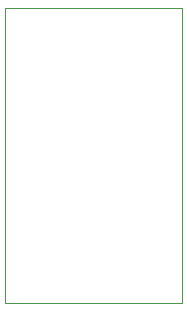
<source format=gbr>
%TF.GenerationSoftware,KiCad,Pcbnew,(5.99.0-10506-gb986797469)*%
%TF.CreationDate,2021-05-05T16:41:55+02:00*%
%TF.ProjectId,ESP31,45535033-312e-46b6-9963-61645f706362,rev?*%
%TF.SameCoordinates,Original*%
%TF.FileFunction,Profile,NP*%
%FSLAX46Y46*%
G04 Gerber Fmt 4.6, Leading zero omitted, Abs format (unit mm)*
G04 Created by KiCad (PCBNEW (5.99.0-10506-gb986797469)) date 2021-05-05 16:41:55*
%MOMM*%
%LPD*%
G01*
G04 APERTURE LIST*
%TA.AperFunction,Profile*%
%ADD10C,0.100000*%
%TD*%
G04 APERTURE END LIST*
D10*
X119000000Y-90000000D02*
X119000000Y-115000000D01*
X119000000Y-115000000D02*
X104000000Y-115000000D01*
X104000000Y-90000000D02*
X119000000Y-90000000D01*
X104000000Y-115000000D02*
X104000000Y-90000000D01*
M02*

</source>
